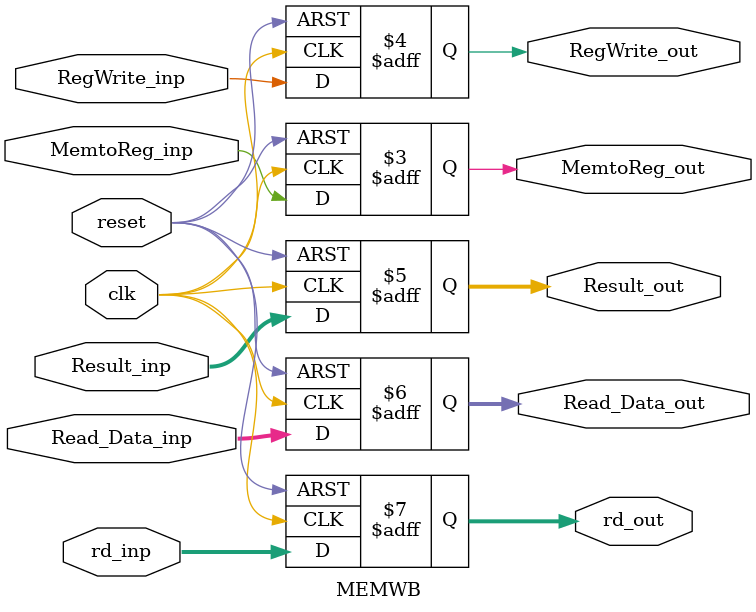
<source format=v>
module MEMWB(
  input clk,
  input reset,
  input wire [63:0] Result_inp,	//ALU
  input [63:0]Read_Data_inp,		//Data Memory
  input [4:0] rd_inp,		//EX-MEM
  input wire MemtoReg_inp,		//Control_unit
  input RegWrite_inp,
  output reg MemtoReg_out, 
  output reg RegWrite_out,
  output reg [63:0] Result_out,
  output reg [63:0]Read_Data_out,
  output reg [4:0] rd_out
  
);

  
  always @ (posedge clk or posedge reset)
    begin
    if (reset == 1'b1)
      begin
        Result_out <= 0;
        Read_Data_out <= 0;
        rd_out <= 5'b0;
        MemtoReg_out <= 0;
        RegWrite_out <= 0;
      end
     else 
       begin
        Result_out <= Result_inp;
        Read_Data_out <= Read_Data_inp;
        rd_out <= rd_inp;
        MemtoReg_out <= MemtoReg_inp;
        RegWrite_out <= RegWrite_inp;
       end
    end
endmodule
</source>
